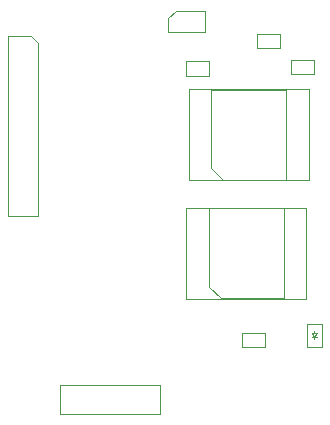
<source format=gbr>
G04 #@! TF.GenerationSoftware,KiCad,Pcbnew,5.1.7-a382d34a8~88~ubuntu18.04.1*
G04 #@! TF.CreationDate,2021-08-20T00:55:46+05:30*
G04 #@! TF.ProjectId,BackEnd_HeavyDevice_v4,4261636b-456e-4645-9f48-656176794465,rev?*
G04 #@! TF.SameCoordinates,Original*
G04 #@! TF.FileFunction,Other,Fab,Bot*
%FSLAX46Y46*%
G04 Gerber Fmt 4.6, Leading zero omitted, Abs format (unit mm)*
G04 Created by KiCad (PCBNEW 5.1.7-a382d34a8~88~ubuntu18.04.1) date 2021-08-20 00:55:46*
%MOMM*%
%LPD*%
G01*
G04 APERTURE LIST*
%ADD10C,0.100000*%
G04 APERTURE END LIST*
D10*
X125106000Y-134758000D02*
X116606000Y-134758000D01*
X116606000Y-134758000D02*
X116606000Y-132282000D01*
X116606000Y-132282000D02*
X125106000Y-132282000D01*
X125106000Y-132282000D02*
X125106000Y-134758000D01*
X138786000Y-129074000D02*
X138786000Y-127074000D01*
X138786000Y-127074000D02*
X137486000Y-127074000D01*
X137486000Y-127074000D02*
X137486000Y-129074000D01*
X137486000Y-129074000D02*
X138786000Y-129074000D01*
X138336000Y-127874000D02*
X138136000Y-128174000D01*
X138136000Y-128174000D02*
X137936000Y-127874000D01*
X137936000Y-127874000D02*
X138336000Y-127874000D01*
X138336000Y-128174000D02*
X137936000Y-128174000D01*
X138136000Y-128174000D02*
X138136000Y-128374000D01*
X138136000Y-127874000D02*
X138136000Y-127674000D01*
X138134000Y-105977000D02*
X138134000Y-104737000D01*
X136134000Y-105977000D02*
X138134000Y-105977000D01*
X136134000Y-104737000D02*
X136134000Y-105977000D01*
X138134000Y-104737000D02*
X136134000Y-104737000D01*
X135261000Y-102532000D02*
X133261000Y-102532000D01*
X133261000Y-102532000D02*
X133261000Y-103772000D01*
X133261000Y-103772000D02*
X135261000Y-103772000D01*
X135261000Y-103772000D02*
X135261000Y-102532000D01*
X129259000Y-106094000D02*
X129259000Y-104854000D01*
X127259000Y-106094000D02*
X129259000Y-106094000D01*
X127259000Y-104854000D02*
X127259000Y-106094000D01*
X129259000Y-104854000D02*
X127259000Y-104854000D01*
X131996000Y-129088000D02*
X133996000Y-129088000D01*
X133996000Y-129088000D02*
X133996000Y-127848000D01*
X133996000Y-127848000D02*
X131996000Y-127848000D01*
X131996000Y-127848000D02*
X131996000Y-129088000D01*
X137681000Y-114959000D02*
X127521000Y-114959000D01*
X137681000Y-107219000D02*
X137681000Y-114959000D01*
X127521000Y-107219000D02*
X137681000Y-107219000D01*
X127521000Y-114959000D02*
X127521000Y-107219000D01*
X129426000Y-113899000D02*
X130426000Y-114899000D01*
X129426000Y-107279000D02*
X129426000Y-113899000D01*
X135776000Y-107279000D02*
X129426000Y-107279000D01*
X135776000Y-114899000D02*
X135776000Y-107279000D01*
X130426000Y-114899000D02*
X135776000Y-114899000D01*
X126407000Y-100574000D02*
X125757000Y-101224000D01*
X125757000Y-102374000D02*
X125757000Y-101224000D01*
X126407000Y-100574000D02*
X128857000Y-100574000D01*
X128857000Y-102374000D02*
X128857000Y-100574000D01*
X125757000Y-102374000D02*
X128857000Y-102374000D01*
X130215000Y-124940000D02*
X135565000Y-124940000D01*
X135565000Y-124940000D02*
X135565000Y-117320000D01*
X135565000Y-117320000D02*
X129215000Y-117320000D01*
X129215000Y-117320000D02*
X129215000Y-123940000D01*
X129215000Y-123940000D02*
X130215000Y-124940000D01*
X127310000Y-125000000D02*
X127310000Y-117260000D01*
X127310000Y-117260000D02*
X137470000Y-117260000D01*
X137470000Y-117260000D02*
X137470000Y-125000000D01*
X137470000Y-125000000D02*
X127310000Y-125000000D01*
X114785000Y-103332000D02*
X114150000Y-102697000D01*
X114785000Y-117937000D02*
X114785000Y-103332000D01*
X112245000Y-117937000D02*
X114785000Y-117937000D01*
X112245000Y-102697000D02*
X112245000Y-117937000D01*
X114150000Y-102697000D02*
X112245000Y-102697000D01*
M02*

</source>
